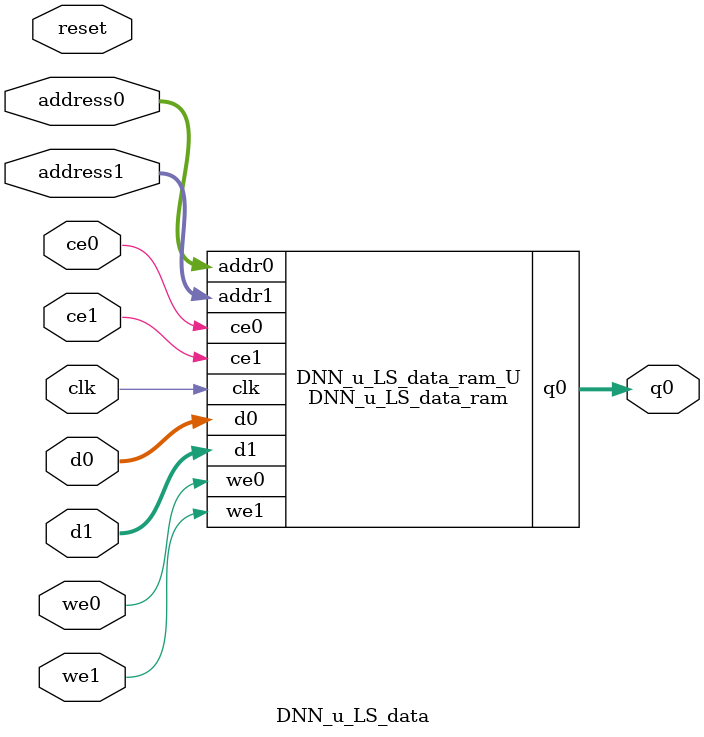
<source format=v>
`timescale 1 ns / 1 ps
module DNN_u_LS_data_ram (addr0, ce0, d0, we0, q0, addr1, ce1, d1, we1,  clk);

parameter DWIDTH = 32;
parameter AWIDTH = 7;
parameter MEM_SIZE = 104;

input[AWIDTH-1:0] addr0;
input ce0;
input[DWIDTH-1:0] d0;
input we0;
output reg[DWIDTH-1:0] q0;
input[AWIDTH-1:0] addr1;
input ce1;
input[DWIDTH-1:0] d1;
input we1;
input clk;

(* ram_style = "block" *)reg [DWIDTH-1:0] ram[0:MEM_SIZE-1];




always @(posedge clk)  
begin 
    if (ce0) 
    begin
        if (we0) 
        begin 
            ram[addr0] <= d0; 
        end 
        q0 <= ram[addr0];
    end
end


always @(posedge clk)  
begin 
    if (ce1) 
    begin
        if (we1) 
        begin 
            ram[addr1] <= d1; 
        end 
    end
end


endmodule

`timescale 1 ns / 1 ps
module DNN_u_LS_data(
    reset,
    clk,
    address0,
    ce0,
    we0,
    d0,
    q0,
    address1,
    ce1,
    we1,
    d1);

parameter DataWidth = 32'd32;
parameter AddressRange = 32'd104;
parameter AddressWidth = 32'd7;
input reset;
input clk;
input[AddressWidth - 1:0] address0;
input ce0;
input we0;
input[DataWidth - 1:0] d0;
output[DataWidth - 1:0] q0;
input[AddressWidth - 1:0] address1;
input ce1;
input we1;
input[DataWidth - 1:0] d1;



DNN_u_LS_data_ram DNN_u_LS_data_ram_U(
    .clk( clk ),
    .addr0( address0 ),
    .ce0( ce0 ),
    .we0( we0 ),
    .d0( d0 ),
    .q0( q0 ),
    .addr1( address1 ),
    .ce1( ce1 ),
    .we1( we1 ),
    .d1( d1 ));

endmodule


</source>
